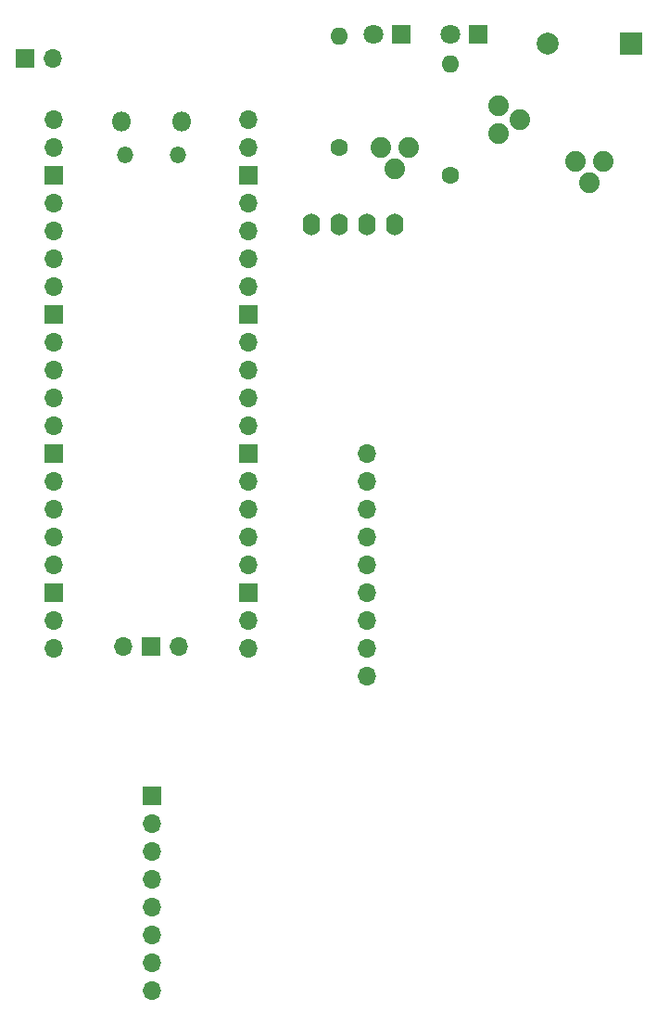
<source format=gbr>
%TF.GenerationSoftware,KiCad,Pcbnew,7.0.10+dfsg-1*%
%TF.CreationDate,2024-02-23T10:02:10+01:00*%
%TF.ProjectId,chibi_v2_1,63686962-695f-4763-925f-312e6b696361,rev?*%
%TF.SameCoordinates,Original*%
%TF.FileFunction,Soldermask,Top*%
%TF.FilePolarity,Negative*%
%FSLAX46Y46*%
G04 Gerber Fmt 4.6, Leading zero omitted, Abs format (unit mm)*
G04 Created by KiCad (PCBNEW 7.0.10+dfsg-1) date 2024-02-23 10:02:10*
%MOMM*%
%LPD*%
G01*
G04 APERTURE LIST*
%ADD10C,1.600000*%
%ADD11O,1.600000X1.600000*%
%ADD12R,1.800000X1.800000*%
%ADD13C,1.800000*%
%ADD14R,1.700000X1.700000*%
%ADD15O,1.700000X1.700000*%
%ADD16R,2.000000X2.000000*%
%ADD17C,2.000000*%
%ADD18C,1.880400*%
%ADD19O,1.600000X2.000000*%
%ADD20O,1.800000X1.800000*%
%ADD21O,1.500000X1.500000*%
G04 APERTURE END LIST*
D10*
%TO.C,R2*%
X134620000Y-50800000D03*
D11*
X134620000Y-40640000D03*
%TD*%
D12*
%TO.C,D1*%
X140315000Y-40410000D03*
D13*
X137775000Y-40410000D03*
%TD*%
D14*
%TO.C,J2*%
X117500000Y-109920000D03*
D15*
X117500000Y-112460000D03*
X117500000Y-115000000D03*
X117500000Y-117540000D03*
X117500000Y-120080000D03*
X117500000Y-122620000D03*
X117500000Y-125160000D03*
X117500000Y-127700000D03*
%TD*%
D12*
%TO.C,D2*%
X147300000Y-40410000D03*
D13*
X144760000Y-40410000D03*
%TD*%
D16*
%TO.C,BZ1*%
X161280000Y-41275000D03*
D17*
X153680000Y-41275000D03*
%TD*%
D10*
%TO.C,R1*%
X144780000Y-53340000D03*
D11*
X144780000Y-43180000D03*
%TD*%
D18*
%TO.C,Q3*%
X149225000Y-49530000D03*
X151130000Y-48260000D03*
X149225000Y-46990000D03*
%TD*%
%TO.C,Q2*%
X138430000Y-50800000D03*
X139700000Y-52705000D03*
X140970000Y-50800000D03*
%TD*%
%TO.C,Q1*%
X156210000Y-52070000D03*
X157480000Y-53975000D03*
X158750000Y-52070000D03*
%TD*%
D19*
%TO.C,Display1*%
X132080000Y-57785000D03*
X134620000Y-57785000D03*
X137160000Y-57785000D03*
X139700000Y-57785000D03*
%TD*%
D14*
%TO.C,J1*%
X105925000Y-42600000D03*
D15*
X108465000Y-42600000D03*
%TD*%
D20*
%TO.C,Pico1*%
X120200000Y-48390000D03*
D21*
X119900000Y-51420000D03*
X115050000Y-51420000D03*
D20*
X114750000Y-48390000D03*
D15*
X126365000Y-48260000D03*
X126365000Y-50800000D03*
D14*
X126365000Y-53340000D03*
D15*
X126365000Y-55880000D03*
X126365000Y-58420000D03*
X126365000Y-60960000D03*
X126365000Y-63500000D03*
D14*
X126365000Y-66040000D03*
D15*
X126365000Y-68580000D03*
X126365000Y-71120000D03*
X126365000Y-73660000D03*
X126365000Y-76200000D03*
D14*
X126365000Y-78740000D03*
D15*
X126365000Y-81280000D03*
X126365000Y-83820000D03*
X126365000Y-86360000D03*
X126365000Y-88900000D03*
D14*
X126365000Y-91440000D03*
D15*
X126365000Y-93980000D03*
X126365000Y-96520000D03*
X108585000Y-96520000D03*
X108585000Y-93980000D03*
D14*
X108585000Y-91440000D03*
D15*
X108585000Y-88900000D03*
X108585000Y-86360000D03*
X108585000Y-83820000D03*
X108585000Y-81280000D03*
D14*
X108585000Y-78740000D03*
D15*
X108585000Y-76200000D03*
X108585000Y-73660000D03*
X108585000Y-71120000D03*
X108585000Y-68580000D03*
D14*
X108585000Y-66040000D03*
D15*
X108585000Y-63500000D03*
X108585000Y-60960000D03*
X108585000Y-58420000D03*
X108585000Y-55880000D03*
D14*
X108585000Y-53340000D03*
D15*
X108585000Y-50800000D03*
X108585000Y-48260000D03*
X120015000Y-96290000D03*
D14*
X117475000Y-96290000D03*
D15*
X114935000Y-96290000D03*
%TD*%
%TO.C,SDCard1*%
X137160000Y-99060000D03*
X137160000Y-96520000D03*
X137160000Y-93980000D03*
X137160000Y-91440000D03*
X137160000Y-88900000D03*
X137160000Y-86360000D03*
X137160000Y-83820000D03*
X137160000Y-81280000D03*
X137160000Y-78740000D03*
%TD*%
M02*

</source>
